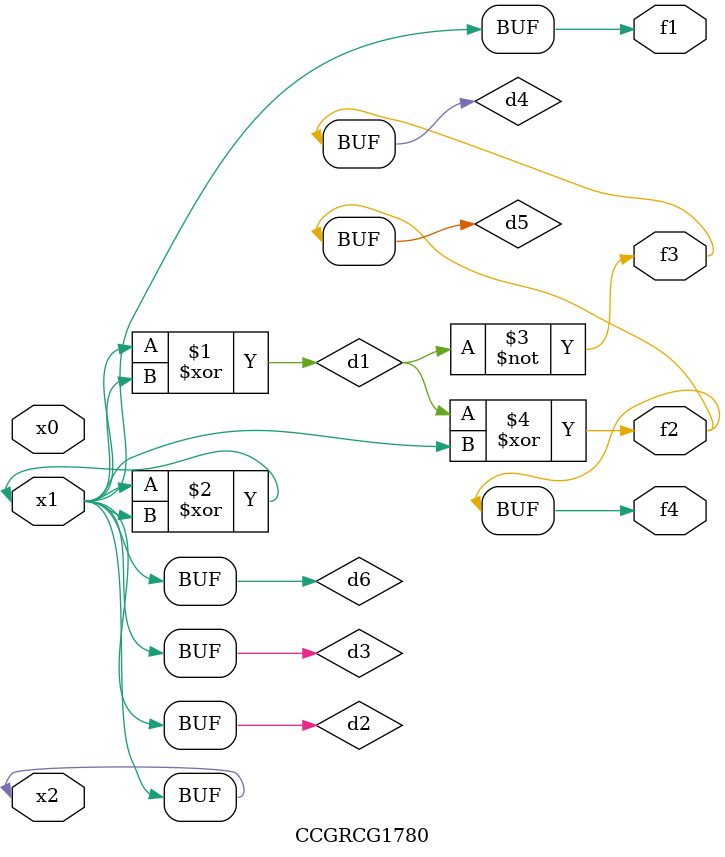
<source format=v>
module CCGRCG1780(
	input x0, x1, x2,
	output f1, f2, f3, f4
);

	wire d1, d2, d3, d4, d5, d6;

	xor (d1, x1, x2);
	buf (d2, x1, x2);
	xor (d3, x1, x2);
	nor (d4, d1);
	xor (d5, d1, d2);
	buf (d6, d2, d3);
	assign f1 = d6;
	assign f2 = d5;
	assign f3 = d4;
	assign f4 = d5;
endmodule

</source>
